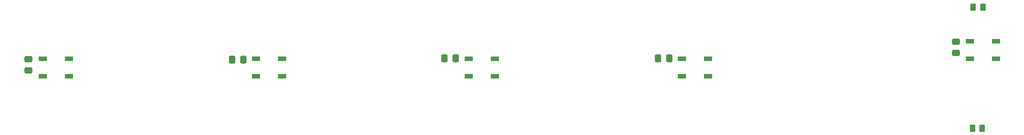
<source format=gbr>
%TF.GenerationSoftware,KiCad,Pcbnew,(7.0.0)*%
%TF.CreationDate,2023-08-21T10:27:13+05:30*%
%TF.ProjectId,X1A51B8-v1,58314135-3142-4382-9d76-312e6b696361,rev?*%
%TF.SameCoordinates,Original*%
%TF.FileFunction,Paste,Top*%
%TF.FilePolarity,Positive*%
%FSLAX46Y46*%
G04 Gerber Fmt 4.6, Leading zero omitted, Abs format (unit mm)*
G04 Created by KiCad (PCBNEW (7.0.0)) date 2023-08-21 10:27:13*
%MOMM*%
%LPD*%
G01*
G04 APERTURE LIST*
G04 Aperture macros list*
%AMRoundRect*
0 Rectangle with rounded corners*
0 $1 Rounding radius*
0 $2 $3 $4 $5 $6 $7 $8 $9 X,Y pos of 4 corners*
0 Add a 4 corners polygon primitive as box body*
4,1,4,$2,$3,$4,$5,$6,$7,$8,$9,$2,$3,0*
0 Add four circle primitives for the rounded corners*
1,1,$1+$1,$2,$3*
1,1,$1+$1,$4,$5*
1,1,$1+$1,$6,$7*
1,1,$1+$1,$8,$9*
0 Add four rect primitives between the rounded corners*
20,1,$1+$1,$2,$3,$4,$5,0*
20,1,$1+$1,$4,$5,$6,$7,0*
20,1,$1+$1,$6,$7,$8,$9,0*
20,1,$1+$1,$8,$9,$2,$3,0*%
G04 Aperture macros list end*
%ADD10RoundRect,0.250000X0.262500X0.450000X-0.262500X0.450000X-0.262500X-0.450000X0.262500X-0.450000X0*%
%ADD11R,1.500000X0.900000*%
%ADD12RoundRect,0.250000X-0.475000X0.337500X-0.475000X-0.337500X0.475000X-0.337500X0.475000X0.337500X0*%
%ADD13RoundRect,0.250000X-0.262500X-0.450000X0.262500X-0.450000X0.262500X0.450000X-0.262500X0.450000X0*%
%ADD14RoundRect,0.250000X0.337500X0.475000X-0.337500X0.475000X-0.337500X-0.475000X0.337500X-0.475000X0*%
G04 APERTURE END LIST*
D10*
%TO.C,R10*%
X261366000Y-83312000D03*
X259541000Y-83312000D03*
%TD*%
D11*
%TO.C,D3*%
X204813999Y-93091999D03*
X204813999Y-96391999D03*
X209713999Y-96391999D03*
X209713999Y-93091999D03*
%TD*%
%TO.C,D1*%
X124803999Y-93091999D03*
X124803999Y-96391999D03*
X129703999Y-96391999D03*
X129703999Y-93091999D03*
%TD*%
D12*
%TO.C,C5*%
X256286000Y-89894500D03*
X256286000Y-91969500D03*
%TD*%
D13*
%TO.C,R14*%
X259437500Y-106172000D03*
X261262500Y-106172000D03*
%TD*%
D14*
%TO.C,C4*%
X202459500Y-92964000D03*
X200384500Y-92964000D03*
%TD*%
%TO.C,C3*%
X162327500Y-92964000D03*
X160252500Y-92964000D03*
%TD*%
D11*
%TO.C,D2*%
X164813999Y-93091999D03*
X164813999Y-96391999D03*
X169713999Y-96391999D03*
X169713999Y-93091999D03*
%TD*%
%TO.C,D4*%
X84803999Y-93091999D03*
X84803999Y-96391999D03*
X89703999Y-96391999D03*
X89703999Y-93091999D03*
%TD*%
D14*
%TO.C,C2*%
X122449500Y-93218000D03*
X120374500Y-93218000D03*
%TD*%
D12*
%TO.C,C1*%
X82042000Y-93196500D03*
X82042000Y-95271500D03*
%TD*%
D11*
%TO.C,D5*%
X258915999Y-89789999D03*
X258915999Y-93089999D03*
X263815999Y-93089999D03*
X263815999Y-89789999D03*
%TD*%
M02*

</source>
